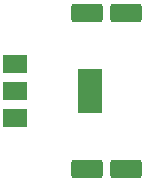
<source format=gbp>
%TF.GenerationSoftware,KiCad,Pcbnew,7.0.2-6a45011f42~172~ubuntu22.04.1*%
%TF.CreationDate,2023-05-29T16:44:42-07:00*%
%TF.ProjectId,comm_v0p4,636f6d6d-5f76-4307-9034-2e6b69636164,rev?*%
%TF.SameCoordinates,Original*%
%TF.FileFunction,Paste,Bot*%
%TF.FilePolarity,Positive*%
%FSLAX46Y46*%
G04 Gerber Fmt 4.6, Leading zero omitted, Abs format (unit mm)*
G04 Created by KiCad (PCBNEW 7.0.2-6a45011f42~172~ubuntu22.04.1) date 2023-05-29 16:44:42*
%MOMM*%
%LPD*%
G01*
G04 APERTURE LIST*
G04 Aperture macros list*
%AMRoundRect*
0 Rectangle with rounded corners*
0 $1 Rounding radius*
0 $2 $3 $4 $5 $6 $7 $8 $9 X,Y pos of 4 corners*
0 Add a 4 corners polygon primitive as box body*
4,1,4,$2,$3,$4,$5,$6,$7,$8,$9,$2,$3,0*
0 Add four circle primitives for the rounded corners*
1,1,$1+$1,$2,$3*
1,1,$1+$1,$4,$5*
1,1,$1+$1,$6,$7*
1,1,$1+$1,$8,$9*
0 Add four rect primitives between the rounded corners*
20,1,$1+$1,$2,$3,$4,$5,0*
20,1,$1+$1,$4,$5,$6,$7,0*
20,1,$1+$1,$6,$7,$8,$9,0*
20,1,$1+$1,$8,$9,$2,$3,0*%
G04 Aperture macros list end*
%ADD10R,2.000000X1.500000*%
%ADD11R,2.000000X3.800000*%
%ADD12RoundRect,0.250000X-1.075000X-0.550000X1.075000X-0.550000X1.075000X0.550000X-1.075000X0.550000X0*%
G04 APERTURE END LIST*
D10*
%TO.C,U2*%
X56286000Y-73928000D03*
X56286000Y-71628000D03*
D11*
X62586000Y-71628000D03*
D10*
X56286000Y-69328000D03*
%TD*%
D12*
%TO.C,C3*%
X62333000Y-65024000D03*
X65683000Y-65024000D03*
%TD*%
%TO.C,C4*%
X62333000Y-78232000D03*
X65683000Y-78232000D03*
%TD*%
M02*

</source>
